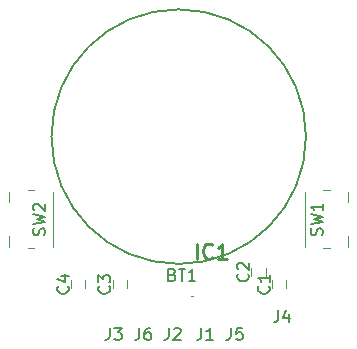
<source format=gto>
G04 #@! TF.GenerationSoftware,KiCad,Pcbnew,5.1.5*
G04 #@! TF.CreationDate,2020-03-31T20:49:17+02:00*
G04 #@! TF.ProjectId,Watch,57617463-682e-46b6-9963-61645f706362,rev?*
G04 #@! TF.SameCoordinates,Original*
G04 #@! TF.FileFunction,Legend,Top*
G04 #@! TF.FilePolarity,Positive*
%FSLAX46Y46*%
G04 Gerber Fmt 4.6, Leading zero omitted, Abs format (unit mm)*
G04 Created by KiCad (PCBNEW 5.1.5) date 2020-03-31 20:49:17*
%MOMM*%
%LPD*%
G04 APERTURE LIST*
%ADD10C,0.100000*%
%ADD11C,0.150000*%
%ADD12C,0.120000*%
%ADD13C,0.254000*%
G04 APERTURE END LIST*
D10*
X138700000Y-110025000D02*
X138700000Y-110025000D01*
X138600000Y-110025000D02*
X138600000Y-110025000D01*
X138600000Y-110025000D02*
G75*
G02X138700000Y-110025000I50000J0D01*
G01*
X138700000Y-110025000D02*
G75*
G02X138600000Y-110025000I-50000J0D01*
G01*
D11*
X148276307Y-96500000D02*
G75*
G03X148276307Y-96500000I-10776307J0D01*
G01*
D12*
X145400000Y-109350000D02*
X145400000Y-108650000D01*
X146600000Y-108650000D02*
X146600000Y-109350000D01*
X143650000Y-108300000D02*
X143650000Y-107600000D01*
X144850000Y-107600000D02*
X144850000Y-108300000D01*
X131900000Y-109350000D02*
X131900000Y-108650000D01*
X133100000Y-108650000D02*
X133100000Y-109350000D01*
X128400000Y-109350000D02*
X128400000Y-108650000D01*
X129600000Y-108650000D02*
X129600000Y-109350000D01*
X151850000Y-105850000D02*
X151850000Y-104925000D01*
X148150000Y-105850000D02*
X148150000Y-101150000D01*
X149725000Y-101050000D02*
X150275000Y-101050000D01*
X149725000Y-105950000D02*
X150275000Y-105950000D01*
X151850000Y-102075000D02*
X151850000Y-101150000D01*
X123150000Y-101150000D02*
X123150000Y-102075000D01*
X126850000Y-101150000D02*
X126850000Y-105850000D01*
X125275000Y-105950000D02*
X124725000Y-105950000D01*
X125275000Y-101050000D02*
X124725000Y-101050000D01*
X123150000Y-104925000D02*
X123150000Y-105850000D01*
D13*
X139010238Y-106824523D02*
X139010238Y-105554523D01*
X140340714Y-106703571D02*
X140280238Y-106764047D01*
X140098809Y-106824523D01*
X139977857Y-106824523D01*
X139796428Y-106764047D01*
X139675476Y-106643095D01*
X139615000Y-106522142D01*
X139554523Y-106280238D01*
X139554523Y-106098809D01*
X139615000Y-105856904D01*
X139675476Y-105735952D01*
X139796428Y-105615000D01*
X139977857Y-105554523D01*
X140098809Y-105554523D01*
X140280238Y-105615000D01*
X140340714Y-105675476D01*
X141550238Y-106824523D02*
X140824523Y-106824523D01*
X141187380Y-106824523D02*
X141187380Y-105554523D01*
X141066428Y-105735952D01*
X140945476Y-105856904D01*
X140824523Y-105917380D01*
D11*
X136964285Y-108178571D02*
X137107142Y-108226190D01*
X137154761Y-108273809D01*
X137202380Y-108369047D01*
X137202380Y-108511904D01*
X137154761Y-108607142D01*
X137107142Y-108654761D01*
X137011904Y-108702380D01*
X136630952Y-108702380D01*
X136630952Y-107702380D01*
X136964285Y-107702380D01*
X137059523Y-107750000D01*
X137107142Y-107797619D01*
X137154761Y-107892857D01*
X137154761Y-107988095D01*
X137107142Y-108083333D01*
X137059523Y-108130952D01*
X136964285Y-108178571D01*
X136630952Y-108178571D01*
X137488095Y-107702380D02*
X138059523Y-107702380D01*
X137773809Y-108702380D02*
X137773809Y-107702380D01*
X138916666Y-108702380D02*
X138345238Y-108702380D01*
X138630952Y-108702380D02*
X138630952Y-107702380D01*
X138535714Y-107845238D01*
X138440476Y-107940476D01*
X138345238Y-107988095D01*
X145107142Y-109166666D02*
X145154761Y-109214285D01*
X145202380Y-109357142D01*
X145202380Y-109452380D01*
X145154761Y-109595238D01*
X145059523Y-109690476D01*
X144964285Y-109738095D01*
X144773809Y-109785714D01*
X144630952Y-109785714D01*
X144440476Y-109738095D01*
X144345238Y-109690476D01*
X144250000Y-109595238D01*
X144202380Y-109452380D01*
X144202380Y-109357142D01*
X144250000Y-109214285D01*
X144297619Y-109166666D01*
X145202380Y-108214285D02*
X145202380Y-108785714D01*
X145202380Y-108500000D02*
X144202380Y-108500000D01*
X144345238Y-108595238D01*
X144440476Y-108690476D01*
X144488095Y-108785714D01*
X143357142Y-108116666D02*
X143404761Y-108164285D01*
X143452380Y-108307142D01*
X143452380Y-108402380D01*
X143404761Y-108545238D01*
X143309523Y-108640476D01*
X143214285Y-108688095D01*
X143023809Y-108735714D01*
X142880952Y-108735714D01*
X142690476Y-108688095D01*
X142595238Y-108640476D01*
X142500000Y-108545238D01*
X142452380Y-108402380D01*
X142452380Y-108307142D01*
X142500000Y-108164285D01*
X142547619Y-108116666D01*
X142547619Y-107735714D02*
X142500000Y-107688095D01*
X142452380Y-107592857D01*
X142452380Y-107354761D01*
X142500000Y-107259523D01*
X142547619Y-107211904D01*
X142642857Y-107164285D01*
X142738095Y-107164285D01*
X142880952Y-107211904D01*
X143452380Y-107783333D01*
X143452380Y-107164285D01*
X131607142Y-109166666D02*
X131654761Y-109214285D01*
X131702380Y-109357142D01*
X131702380Y-109452380D01*
X131654761Y-109595238D01*
X131559523Y-109690476D01*
X131464285Y-109738095D01*
X131273809Y-109785714D01*
X131130952Y-109785714D01*
X130940476Y-109738095D01*
X130845238Y-109690476D01*
X130750000Y-109595238D01*
X130702380Y-109452380D01*
X130702380Y-109357142D01*
X130750000Y-109214285D01*
X130797619Y-109166666D01*
X130702380Y-108833333D02*
X130702380Y-108214285D01*
X131083333Y-108547619D01*
X131083333Y-108404761D01*
X131130952Y-108309523D01*
X131178571Y-108261904D01*
X131273809Y-108214285D01*
X131511904Y-108214285D01*
X131607142Y-108261904D01*
X131654761Y-108309523D01*
X131702380Y-108404761D01*
X131702380Y-108690476D01*
X131654761Y-108785714D01*
X131607142Y-108833333D01*
X128107142Y-109166666D02*
X128154761Y-109214285D01*
X128202380Y-109357142D01*
X128202380Y-109452380D01*
X128154761Y-109595238D01*
X128059523Y-109690476D01*
X127964285Y-109738095D01*
X127773809Y-109785714D01*
X127630952Y-109785714D01*
X127440476Y-109738095D01*
X127345238Y-109690476D01*
X127250000Y-109595238D01*
X127202380Y-109452380D01*
X127202380Y-109357142D01*
X127250000Y-109214285D01*
X127297619Y-109166666D01*
X127535714Y-108309523D02*
X128202380Y-108309523D01*
X127154761Y-108547619D02*
X127869047Y-108785714D01*
X127869047Y-108166666D01*
X139416666Y-112702380D02*
X139416666Y-113416666D01*
X139369047Y-113559523D01*
X139273809Y-113654761D01*
X139130952Y-113702380D01*
X139035714Y-113702380D01*
X140416666Y-113702380D02*
X139845238Y-113702380D01*
X140130952Y-113702380D02*
X140130952Y-112702380D01*
X140035714Y-112845238D01*
X139940476Y-112940476D01*
X139845238Y-112988095D01*
X136666666Y-112702380D02*
X136666666Y-113416666D01*
X136619047Y-113559523D01*
X136523809Y-113654761D01*
X136380952Y-113702380D01*
X136285714Y-113702380D01*
X137095238Y-112797619D02*
X137142857Y-112750000D01*
X137238095Y-112702380D01*
X137476190Y-112702380D01*
X137571428Y-112750000D01*
X137619047Y-112797619D01*
X137666666Y-112892857D01*
X137666666Y-112988095D01*
X137619047Y-113130952D01*
X137047619Y-113702380D01*
X137666666Y-113702380D01*
X131666666Y-112702380D02*
X131666666Y-113416666D01*
X131619047Y-113559523D01*
X131523809Y-113654761D01*
X131380952Y-113702380D01*
X131285714Y-113702380D01*
X132047619Y-112702380D02*
X132666666Y-112702380D01*
X132333333Y-113083333D01*
X132476190Y-113083333D01*
X132571428Y-113130952D01*
X132619047Y-113178571D01*
X132666666Y-113273809D01*
X132666666Y-113511904D01*
X132619047Y-113607142D01*
X132571428Y-113654761D01*
X132476190Y-113702380D01*
X132190476Y-113702380D01*
X132095238Y-113654761D01*
X132047619Y-113607142D01*
X145916666Y-111202380D02*
X145916666Y-111916666D01*
X145869047Y-112059523D01*
X145773809Y-112154761D01*
X145630952Y-112202380D01*
X145535714Y-112202380D01*
X146821428Y-111535714D02*
X146821428Y-112202380D01*
X146583333Y-111154761D02*
X146345238Y-111869047D01*
X146964285Y-111869047D01*
X141916666Y-112702380D02*
X141916666Y-113416666D01*
X141869047Y-113559523D01*
X141773809Y-113654761D01*
X141630952Y-113702380D01*
X141535714Y-113702380D01*
X142869047Y-112702380D02*
X142392857Y-112702380D01*
X142345238Y-113178571D01*
X142392857Y-113130952D01*
X142488095Y-113083333D01*
X142726190Y-113083333D01*
X142821428Y-113130952D01*
X142869047Y-113178571D01*
X142916666Y-113273809D01*
X142916666Y-113511904D01*
X142869047Y-113607142D01*
X142821428Y-113654761D01*
X142726190Y-113702380D01*
X142488095Y-113702380D01*
X142392857Y-113654761D01*
X142345238Y-113607142D01*
X134166666Y-112702380D02*
X134166666Y-113416666D01*
X134119047Y-113559523D01*
X134023809Y-113654761D01*
X133880952Y-113702380D01*
X133785714Y-113702380D01*
X135071428Y-112702380D02*
X134880952Y-112702380D01*
X134785714Y-112750000D01*
X134738095Y-112797619D01*
X134642857Y-112940476D01*
X134595238Y-113130952D01*
X134595238Y-113511904D01*
X134642857Y-113607142D01*
X134690476Y-113654761D01*
X134785714Y-113702380D01*
X134976190Y-113702380D01*
X135071428Y-113654761D01*
X135119047Y-113607142D01*
X135166666Y-113511904D01*
X135166666Y-113273809D01*
X135119047Y-113178571D01*
X135071428Y-113130952D01*
X134976190Y-113083333D01*
X134785714Y-113083333D01*
X134690476Y-113130952D01*
X134642857Y-113178571D01*
X134595238Y-113273809D01*
X149629761Y-104838333D02*
X149677380Y-104695476D01*
X149677380Y-104457380D01*
X149629761Y-104362142D01*
X149582142Y-104314523D01*
X149486904Y-104266904D01*
X149391666Y-104266904D01*
X149296428Y-104314523D01*
X149248809Y-104362142D01*
X149201190Y-104457380D01*
X149153571Y-104647857D01*
X149105952Y-104743095D01*
X149058333Y-104790714D01*
X148963095Y-104838333D01*
X148867857Y-104838333D01*
X148772619Y-104790714D01*
X148725000Y-104743095D01*
X148677380Y-104647857D01*
X148677380Y-104409761D01*
X148725000Y-104266904D01*
X148677380Y-103933571D02*
X149677380Y-103695476D01*
X148963095Y-103505000D01*
X149677380Y-103314523D01*
X148677380Y-103076428D01*
X149677380Y-102171666D02*
X149677380Y-102743095D01*
X149677380Y-102457380D02*
X148677380Y-102457380D01*
X148820238Y-102552619D01*
X148915476Y-102647857D01*
X148963095Y-102743095D01*
X126134761Y-104838333D02*
X126182380Y-104695476D01*
X126182380Y-104457380D01*
X126134761Y-104362142D01*
X126087142Y-104314523D01*
X125991904Y-104266904D01*
X125896666Y-104266904D01*
X125801428Y-104314523D01*
X125753809Y-104362142D01*
X125706190Y-104457380D01*
X125658571Y-104647857D01*
X125610952Y-104743095D01*
X125563333Y-104790714D01*
X125468095Y-104838333D01*
X125372857Y-104838333D01*
X125277619Y-104790714D01*
X125230000Y-104743095D01*
X125182380Y-104647857D01*
X125182380Y-104409761D01*
X125230000Y-104266904D01*
X125182380Y-103933571D02*
X126182380Y-103695476D01*
X125468095Y-103505000D01*
X126182380Y-103314523D01*
X125182380Y-103076428D01*
X125277619Y-102743095D02*
X125230000Y-102695476D01*
X125182380Y-102600238D01*
X125182380Y-102362142D01*
X125230000Y-102266904D01*
X125277619Y-102219285D01*
X125372857Y-102171666D01*
X125468095Y-102171666D01*
X125610952Y-102219285D01*
X126182380Y-102790714D01*
X126182380Y-102171666D01*
M02*

</source>
